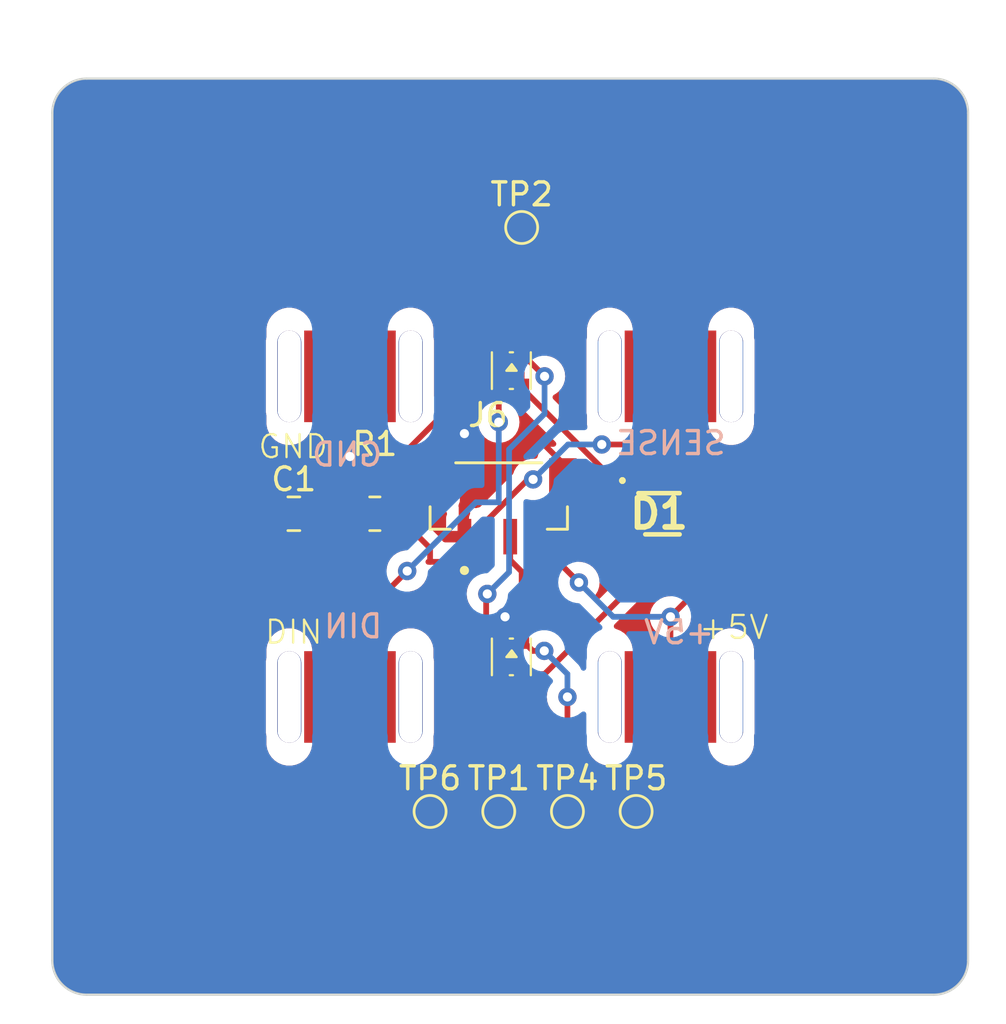
<source format=kicad_pcb>
(kicad_pcb (version 20240108) (generator "pcbnew") (generator_version "8.0")
  (title_block (title "Bottom Block PCB") (date "2024-02-10") (rev "1.0") (company "Block Party"))
  (layers (0 "F.Cu" signal) (31 "B.Cu" signal) (34 "B.Paste" user) (35 "F.Paste" user) (36 "B.SilkS" user "B.Silkscreen") (37 "F.SilkS" user "F.Silkscreen") (38 "B.Mask" user) (39 "F.Mask" user) (44 "Edge.Cuts" user))
  (net 0 "")
  (net 1 "D5V")
  (net 2 "GND")
  (net 3 "+5V")
  (net 4 "DOUT")
  (net 5 "SENSE")
  (net 6 "DIN")
  (net 7 "Net-(LED1-DI)")
  (footprint "TestPoint:TestPoint_Pad_D1.0mm" (layer "F.Cu") (at 159.2 91.06)
    (property "Reference" "TP1" (at 0 -1.448 0) (layer "F.SilkS"))
    (property "Value" "Diode5V")
    (fp_circle (center 0 0) (end 0 0.7) (stroke (width 0.12)) (fill none) (layer "F.SilkS"))
    (pad "1" smd circle (at 0 0) (size 1 1) (layers "F.Cu" "F.Mask") (net 1 "D5V"))
  )
  (footprint "TestPoint:TestPoint_Pad_D1.0mm" (layer "F.Cu") (at 162.2 91.06)
    (property "Reference" "TP4" (at 0 -1.448 0) (layer "F.SilkS"))
    (property "Value" "DO")
    (fp_circle (center 0 0) (end 0 0.7) (stroke (width 0.12)) (fill none) (layer "F.SilkS"))
    (pad "1" smd circle (at 0 0) (size 1 1) (layers "F.Cu" "F.Mask") (net 4 "DOUT"))
  )
  (footprint "TestPoint:TestPoint_Pad_D1.0mm" (layer "F.Cu") (at 165.2 91.06)
    (property "Reference" "TP5" (at 0 -1.448 0) (layer "F.SilkS"))
    (property "Value" "5V")
    (fp_circle (center 0 0) (end 0 0.7) (stroke (width 0.12)) (fill none) (layer "F.SilkS"))
    (pad "1" smd circle (at 0 0) (size 1 1) (layers "F.Cu" "F.Mask") (net 3 "+5V"))
  )
  (footprint "Quinn_lib:XL-1615RGBC-WS2812B" (layer "F.Cu") (at 159.75 84.31 -90)
    (property "Reference" "LED1" (hide yes))
    (property "Value" "~")
    (fp_line (start -0.8 0.85) (end 0.8 0.85) (stroke (width 0.1)) (layer "F.SilkS"))
    (fp_line (start -0.8 -0.07) (end -0.8 0.07) (stroke (width 0.1)) (layer "F.SilkS"))
    (fp_line (start 0.8 -0.07) (end 0.8 0.07) (stroke (width 0.1)) (layer "F.SilkS"))
    (fp_line (start -0.8 -0.85) (end 0.8 -0.85) (stroke (width 0.1)) (layer "F.SilkS"))
    (fp_poly (pts (xy -0.282535 -0.017658) (xy 0.005886 -0.22956) (xy 0.005886 0.217788)) (stroke (width 0.1)) (fill solid) (layer "F.SilkS"))
    (pad "1" smd rect (at -0.75 -0.45 270) (size 0.8 0.65) (layers "F.Cu" "F.Paste" "F.Mask") (net 4 "DOUT"))
    (pad "2" smd rect (at 0.75 -0.45 270) (size 0.8 0.65) (layers "F.Cu" "F.Paste" "F.Mask") (net 1 "D5V"))
    (pad "3" smd rect (at -0.75 0.45 270) (size 0.8 0.65) (layers "F.Cu" "F.Paste" "F.Mask") (net 2 "GND"))
    (pad "4" smd rect (at 0.75 0.45 270) (size 0.8 0.65) (layers "F.Cu" "F.Paste" "F.Mask") (net 7 "Net-(LED1-DI)"))
  )
  (footprint "Quinn_lib:XL-1615RGBC-WS2812B" (layer "F.Cu") (at 159.75 71.81 -90)
    (property "Reference" "LED2" (hide yes))
    (property "Value" "~" (hide yes))
    (fp_line (start -0.8 0.85) (end 0.8 0.85) (stroke (width 0.1)) (layer "F.SilkS"))
    (fp_line (start -0.8 -0.07) (end -0.8 0.07) (stroke (width 0.1)) (layer "F.SilkS"))
    (fp_line (start 0.8 -0.07) (end 0.8 0.07) (stroke (width 0.1)) (layer "F.SilkS"))
    (fp_line (start -0.8 -0.85) (end 0.8 -0.85) (stroke (width 0.1)) (layer "F.SilkS"))
    (fp_poly (pts (xy -0.282535 -0.017658) (xy 0.005886 -0.22956) (xy 0.005886 0.217788)) (stroke (width 0.1)) (fill solid) (layer "F.SilkS"))
    (pad "1" smd rect (at -0.75 -0.45 270) (size 0.8 0.65) (layers "F.Cu" "F.Paste" "F.Mask") (net 7 "Net-(LED1-DI)"))
    (pad "2" smd rect (at 0.75 -0.45 270) (size 0.8 0.65) (layers "F.Cu" "F.Paste" "F.Mask") (net 1 "D5V"))
    (pad "3" smd rect (at -0.75 0.45 270) (size 0.8 0.65) (layers "F.Cu" "F.Paste" "F.Mask") (net 2 "GND"))
    (pad "4" smd rect (at 0.75 0.45 270) (size 0.8 0.65) (layers "F.Cu" "F.Paste" "F.Mask") (net 6 "DIN"))
  )
  (footprint "Quinn_lib:Bottom Block Connector" (layer "F.Cu") (at 159.7 79.06)
    (property "Reference" "J5" (hide yes))
    (property "Value" "~" (hide yes))
    (fp_text user "+5V" (at 8.18178 4.545433 0) (layer "F.SilkS") (effects (font (thickness 0.1)) (justify left bottom)))
    (fp_text user "GND" (at -11.074329 -3.347092 0) (layer "F.SilkS") (effects (font (thickness 0.1)) (justify left bottom)))
    (fp_text user "DIN" (at -10.785074 4.752044 0) (layer "F.SilkS") (effects (font (thickness 0.1)) (justify left bottom)))
    (pad "1" smd rect (at -7 -7) (size 4 4) (layers "F.Cu" "F.Paste" "F.Mask") (net 2 "GND") (clearance 0.001))
    (pad "2" smd rect (at 7 -7) (size 4 4) (layers "F.Cu" "F.Paste" "F.Mask") (net 5 "SENSE") (clearance 0.001))
    (pad "3" smd rect (at -7 7) (size 4 4) (layers "F.Cu" "F.Paste" "F.Mask") (net 6 "DIN") (clearance 0.001))
    (pad "4" smd rect (at 7 7) (size 4 4) (layers "F.Cu" "F.Paste" "F.Mask") (net 3 "+5V") (clearance 0.001))
    (pad "5" thru_hole oval (at -9.65 -7) (size 1.05 4) (drill oval 1 5) (layers "*.Cu" "*.Mask"))
    (pad "5" thru_hole oval (at -9.65 7) (size 1.05 4) (drill oval 1 5) (layers "*.Cu" "*.Mask"))
    (pad "5" thru_hole oval (at -4.35 -7) (size 1.05 4) (drill oval 1 5) (layers "*.Cu" "*.Mask"))
    (pad "5" thru_hole oval (at -4.35 7) (size 1.05 4) (drill oval 1 5) (layers "*.Cu" "*.Mask"))
    (pad "5" thru_hole oval (at 4.35 -7) (size 1.05 4) (drill oval 1 5) (layers "*.Cu" "*.Mask"))
    (pad "5" thru_hole oval (at 4.35 7) (size 1.05 4) (drill oval 1 5) (layers "*.Cu" "*.Mask"))
    (pad "5" thru_hole oval (at 9.65 -7) (size 1.05 4) (drill oval 1 5) (layers "*.Cu" "*.Mask"))
    (pad "5" thru_hole oval (at 9.65 7) (size 1.05 4) (drill oval 1 5) (layers "*.Cu" "*.Mask"))
  )
  (footprint "Capacitor_SMD:C_0805_2012Metric" (layer "F.Cu") (at 150.25 78.06 180)
    (property "Reference" "C1" (at 0.00451 1.50451 180) (layer "F.SilkS"))
    (property "Value" "3.3uF")
    (fp_line (start -0.261252 0.735) (end 0.261252 0.735) (stroke (width 0.12)) (layer "F.SilkS"))
    (fp_line (start -0.261252 -0.735) (end 0.261252 -0.735) (stroke (width 0.12)) (layer "F.SilkS"))
    (pad "1" smd roundrect (at -0.95 0 180) (size 1 1.45) (layers "F.Cu" "F.Paste" "F.Mask") (net 1 "D5V"))
    (pad "2" smd roundrect (at 0.95 0 180) (size 1 1.45) (layers "F.Cu" "F.Paste" "F.Mask") (net 2 "GND"))
  )
  (footprint "adafruit-jst-4328:ADAFRUIT_4328" (layer "F.Cu") (at 159.2 77.285)
    (property "Reference" "J6" (at -0.475 -3.535 0) (layer "F.SilkS"))
    (property "Value" "YTC-A1001LF-04A")
    (fp_line (start -3 1.45) (end -3 0.47) (stroke (width 0.127)) (layer "F.SilkS"))
    (fp_line (start -2.12 1.45) (end -3 1.45) (stroke (width 0.127)) (layer "F.SilkS"))
    (fp_line (start -1.88 -1.45) (end 1.88 -1.45) (stroke (width 0.127)) (layer "F.SilkS"))
    (fp_line (start 3 1.45) (end 2.12 1.45) (stroke (width 0.127)) (layer "F.SilkS"))
    (fp_line (start 3 1.45) (end 3 0.47) (stroke (width 0.127)) (layer "F.SilkS"))
    (fp_circle (center -1.5 3.25) (end -1.4 3.25) (stroke (width 0.2)) (fill none) (layer "F.SilkS"))
    (pad "1" smd rect (at -1.5 1.775) (size 0.6 1.55) (layers "F.Cu" "F.Paste" "F.Mask") (net 2 "GND"))
    (pad "2" smd rect (at -0.5 1.775) (size 0.6 1.55) (layers "F.Cu" "F.Paste" "F.Mask") (net 5 "SENSE"))
    (pad "3" smd rect (at 0.5 1.775) (size 0.6 1.55) (layers "F.Cu" "F.Paste" "F.Mask") (net 4 "DOUT"))
    (pad "4" smd rect (at 1.5 1.775) (size 0.6 1.55) (layers "F.Cu" "F.Paste" "F.Mask") (net 3 "+5V"))
    (pad "SH1" smd rect (at -2.8 -0.75) (size 1.2 1.8) (layers "F.Cu" "F.Paste" "F.Mask") (net 2 "GND"))
    (pad "SH2" smd rect (at 2.8 -0.75) (size 1.2 1.8) (layers "F.Cu" "F.Paste" "F.Mask") (net 2 "GND"))
  )
  (footprint "Resistor_SMD:R_0805_2012Metric" (layer "F.Cu") (at 153.7875 78.06 180)
    (property "Reference" "R1" (at 0 3.048 180) (layer "F.SilkS"))
    (property "Value" "10k")
    (fp_line (start -0.227064 0.735) (end 0.227064 0.735) (stroke (width 0.12)) (layer "F.SilkS"))
    (fp_line (start -0.227064 -0.735) (end 0.227064 -0.735) (stroke (width 0.12)) (layer "F.SilkS"))
    (pad "1" smd roundrect (at -0.9125 0 180) (size 1.025 1.4) (layers "F.Cu" "F.Paste" "F.Mask") (roundrect_rratio 0.243902439) (net 5 "SENSE"))
    (pad "2" smd roundrect (at 0.9125 0 180) (size 1.025 1.4) (layers "F.Cu" "F.Paste" "F.Mask") (roundrect_rratio 0.243902439) (net 2 "GND"))
  )
  (footprint "TestPoint:TestPoint_Pad_D1.0mm" (layer "F.Cu") (at 156.2 91.06)
    (property "Reference" "TP6" (at 0 -1.448 0) (layer "F.SilkS"))
    (property "Value" "DI")
    (fp_circle (center 0 0) (end 0 0.7) (stroke (width 0.12)) (fill none) (layer "F.SilkS"))
    (pad "1" smd circle (at 0 0) (size 1 1) (layers "F.Cu" "F.Mask") (net 6 "DIN"))
  )
  (footprint "KiCad:1N4007W" (layer "F.Cu") (at 166.2 78.06)
    (property "Reference" "D1" (at 0 0 0) (layer "F.SilkS") (effects (font (size 1.27 1.27) (thickness 0.254))))
    (property "Value" "1N4007W" (hide yes))
    (fp_line (start -1.6 -1.5) (end -1.6 -1.5) (stroke (width 0.2)) (layer "F.SilkS"))
    (fp_line (start -1.6 -1.5) (end -1.6 -1.4) (stroke (width 0.2)) (layer "F.SilkS"))
    (fp_line (start -1.6 -1.4) (end -1.6 -1.4) (stroke (width 0.2)) (layer "F.SilkS"))
    (fp_line (start -0.9 -0.9) (end 0.9 -0.9) (stroke (width 0.2)) (layer "F.SilkS"))
    (fp_line (start -0.6 0.9) (end 0.9 0.9) (stroke (width 0.2)) (layer "F.SilkS"))
    (fp_arc (start -1.6 -1.5) (mid -1.55 -1.45) (end -1.6 -1.4) (stroke (width 0.2)) (layer "F.SilkS"))
    (fp_arc (start -1.6 -1.4) (mid -1.65 -1.45) (end -1.6 -1.5) (stroke (width 0.2)) (layer "F.SilkS"))
    (pad "1" smd rect (at -1.6 0 90) (size 1.2 1.2) (layers "F.Cu" "F.Paste" "F.Mask") (net 1 "D5V"))
    (pad "2" smd rect (at 1.6 0 90) (size 1.2 1.2) (layers "F.Cu" "F.Paste" "F.Mask") (net 3 "+5V"))
  )
  (footprint "TestPoint:TestPoint_Pad_D1.0mm" (layer "F.Cu") (at 160.2 65.56)
    (property "Reference" "TP2" (at 0 -1.448 0) (layer "F.SilkS"))
    (property "Value" "DODI")
    (fp_circle (center 0 0) (end 0 0.7) (stroke (width 0.12)) (fill none) (layer "F.SilkS"))
    (pad "1" smd circle (at 0 0) (size 1 1) (layers "F.Cu" "F.Mask") (net 7 "Net-(LED1-DI)"))
  )
  (gr_line (start 179.7 60.56) (end 179.7 97.56) (stroke (width 0.1)) (layer "Edge.Cuts"))
  (gr_arc (start 139.7 60.56) (mid 140.13934 59.49934) (end 141.2 59.06) (stroke (width 0.1)) (layer "Edge.Cuts"))
  (gr_line (start 141.2 59.06) (end 178.2 59.06) (stroke (width 0.1)) (layer "Edge.Cuts"))
  (gr_arc (start 179.7 97.56) (mid 179.26066 98.62066) (end 178.2 99.06) (stroke (width 0.1)) (layer "Edge.Cuts"))
  (gr_line (start 178.2 99.06) (end 141.2 99.06) (stroke (width 0.1)) (layer "Edge.Cuts"))
  (gr_arc (start 178.2 59.06) (mid 179.26066 59.49934) (end 179.7 60.56) (stroke (width 0.1)) (layer "Edge.Cuts"))
  (gr_arc (start 141.2 99.06) (mid 140.13934 98.62066) (end 139.7 97.56) (stroke (width 0.1)) (layer "Edge.Cuts"))
  (gr_line (start 139.7 97.56) (end 139.7 60.56) (stroke (width 0.1)) (layer "Edge.Cuts"))
  (gr_text "GND" (at 154.2 76.06 0) (layer "B.SilkS") (effects (font (size 1 1)) (justify left bottom mirror)))
  (gr_text "+5V" (at 168.7 83.82 0) (layer "B.SilkS") (effects (font (size 1 1)) (justify left bottom mirror)))
  (gr_text "SENSE" (at 169.2 75.56 0) (layer "B.SilkS") (effects (font (size 1 1)) (justify left bottom mirror)))
  (gr_text "DIN" (at 154.2 83.56 0) (layer "B.SilkS") (effects (font (size 1 1)) (justify left bottom mirror)))
  (segment (start 159.2 86.56) (end 159.2 91.06) (width 0.25) (layer "F.Cu") (net 1))
  (segment (start 151.2 78.06) (end 152.875 76.385) (width 0.25) (layer "F.Cu") (net 1))
  (segment (start 158.65 71.835) (end 160.125 71.835) (width 0.25) (layer "F.Cu") (net 1))
  (segment (start 160.2 85.56) (end 159.2 86.56) (width 0.25) (layer "F.Cu") (net 1))
  (segment (start 161.2 85.06) (end 165.011409 81.248591) (width 0.25) (layer "F.Cu") (net 1))
  (segment (start 164.475 76.835) (end 160.2 72.56) (width 0.25) (layer "F.Cu") (net 1))
  (segment (start 165.011409 78.811297) (end 164.475 78.274888) (width 0.25) (layer "F.Cu") (net 1))
  (segment (start 160.2 85.06) (end 160.2 85.56) (width 0.25) (layer "F.Cu") (net 1))
  (segment (start 152.875 76.385) (end 154.1 76.385) (width 0.25) (layer "F.Cu") (net 1))
  (segment (start 154.1 76.385) (end 158.65 71.835) (width 0.25) (layer "F.Cu") (net 1))
  (segment (start 160.2 71.91) (end 160.2 72.56) (width 0.25) (layer "F.Cu") (net 1))
  (segment (start 160.2 85.06) (end 161.2 85.06) (width 0.25) (layer "F.Cu") (net 1))
  (segment (start 165.011409 78.811297) (end 165.011409 78.753101) (width 0.25) (layer "F.Cu") (net 1))
  (segment (start 164.475 78.274888) (end 164.475 76.835) (width 0.25) (layer "F.Cu") (net 1))
  (segment (start 165.011409 81.248591) (end 165.011409 78.811297) (width 0.25) (layer "F.Cu") (net 1))
  (segment (start 160.125 71.835) (end 160.2 71.91) (width 0.25) (layer "F.Cu") (net 1))
  (segment (start 162 76.535) (end 162 75.86) (width 0.25) (layer "F.Cu") (net 2))
  (segment (start 162 75.86) (end 161.2 75.06) (width 0.25) (layer "F.Cu") (net 2))
  (segment (start 159.3 82.735) (end 159.475 82.56) (width 0.25) (layer "F.Cu") (net 2))
  (segment (start 159.3 83.56) (end 159.3 82.735) (width 0.25) (layer "F.Cu") (net 2))
  (segment (start 152.7 75.56) (end 152.7 72.81) (width 1) (layer "F.Cu") (net 2))
  (via (at 159.475 82.56) (size 0.8) (drill 0.4) (layers "F.Cu" "B.Cu") (net 2))
  (via (at 152.7 75.56) (size 1) (drill 0.4) (layers "F.Cu" "B.Cu") (net 2))
  (via (at 157.7 74.56) (size 0.8) (drill 0.4) (layers "F.Cu" "B.Cu") (net 2))
  (segment (start 166.7 82.56) (end 166.7 86.06) (width 0.25) (layer "F.Cu") (net 3))
  (segment (start 165.2 91.06) (end 165.2 87.56) (width 0.25) (layer "F.Cu") (net 3))
  (segment (start 167.8 78.06) (end 167.8 81.46) (width 0.25) (layer "F.Cu") (net 3))
  (segment (start 167.8 81.46) (end 166.7 82.56) (width 0.25) (layer "F.Cu") (net 3))
  (segment (start 165.2 87.56) (end 166.7 86.06) (width 0.25) (layer "F.Cu") (net 3))
  (segment (start 168.211409 84.548591) (end 166.7 86.06) (width 0.25) (layer "F.Cu") (net 3))
  (segment (start 160.7 79.06) (end 162.7 81.06) (width 0.25) (layer "F.Cu") (net 3))
  (via (at 162.7 81.06) (size 0.8) (drill 0.4) (layers "F.Cu" "B.Cu") (net 3))
  (via (at 166.7 82.56) (size 0.8) (drill 0.4) (layers "F.Cu" "B.Cu") (net 3))
  (segment (start 164.2 82.56) (end 166.7 82.56) (width 0.25) (layer "B.Cu") (net 3))
  (segment (start 162.7 81.06) (end 164.2 82.56) (width 0.25) (layer "B.Cu") (net 3))
  (segment (start 159.7 80.085) (end 160.2 80.585) (width 0.25) (layer "F.Cu") (net 4))
  (segment (start 161.187347 84.047347) (end 160.687347 84.047347) (width 0.25) (layer "F.Cu") (net 4))
  (segment (start 160.2 80.585) (end 160.2 83.56) (width 0.25) (layer "F.Cu") (net 4))
  (segment (start 162.2 86.06) (end 162.2 91.06) (width 0.25) (layer "F.Cu") (net 4))
  (segment (start 159.7 79.06) (end 159.7 80.085) (width 0.25) (layer "F.Cu") (net 4))
  (segment (start 160.687347 84.047347) (end 160.2 83.56) (width 0.25) (layer "F.Cu") (net 4))
  (via (at 161.187347 84.047347) (size 0.8) (drill 0.4) (layers "F.Cu" "B.Cu") (net 4))
  (via (at 162.2 86.06) (size 0.8) (drill 0.4) (layers "F.Cu" "B.Cu") (net 4))
  (segment (start 162.2 86.06) (end 162.2 85.06) (width 0.25) (layer "B.Cu") (net 4))
  (segment (start 162.2 85.06) (end 161.187347 84.047347) (width 0.25) (layer "B.Cu") (net 4))
  (segment (start 163.7 75.034694) (end 163.700304 75.034998) (width 0.25) (layer "F.Cu") (net 5))
  (segment (start 158.7 78.335) (end 158.7 79.06) (width 0.25) (layer "F.Cu") (net 5))
  (segment (start 156.2 80.16) (end 156.125 80.16) (width 0.25) (layer "F.Cu") (net 5))
  (segment (start 163.700304 75.034998) (end 165.975002 75.034998) (width 0.25) (layer "F.Cu") (net 5))
  (segment (start 156.2 79.56) (end 154.7 78.06) (width 0.25) (layer "F.Cu") (net 5))
  (segment (start 156.2 80.16) (end 156.2 79.56) (width 0.25) (layer "F.Cu") (net 5))
  (segment (start 160.7 76.56) (end 160.475 76.56) (width 0.25) (layer "F.Cu") (net 5))
  (segment (start 158.7 79.06) (end 158.7 80.085) (width 0.25) (layer "F.Cu") (net 5))
  (segment (start 165.975002 75.034998) (end 166.7 74.31) (width 0.25) (layer "F.Cu") (net 5))
  (segment (start 158.7 80.085) (end 158.625 80.16) (width 0.25) (layer "F.Cu") (net 5))
  (segment (start 166.7 74.31) (end 166.7 72.06) (width 0.25) (layer "F.Cu") (net 5))
  (segment (start 158.625 80.16) (end 156.2 80.16) (width 0.25) (layer "F.Cu") (net 5))
  (segment (start 160.475 76.56) (end 158.7 78.335) (width 0.25) (layer "F.Cu") (net 5))
  (via (at 160.7 76.56) (size 0.8) (drill 0.4) (layers "F.Cu" "B.Cu") (net 5))
  (via (at 163.7 75.034694) (size 0.8) (drill 0.4) (layers "F.Cu" "B.Cu") (net 5))
  (segment (start 162.225306 75.034694) (end 163.7 75.034694) (width 0.25) (layer "B.Cu") (net 5))
  (segment (start 160.7 76.56) (end 162.225306 75.034694) (width 0.25) (layer "B.Cu") (net 5))
  (segment (start 152.7 86.06) (end 152.7 83.06) (width 0.25) (layer "F.Cu") (net 6))
  (segment (start 159.2 74.06) (end 159.2 72.66) (width 0.25) (layer "F.Cu") (net 6))
  (segment (start 156.2 91.06) (end 152.7 87.56) (width 0.25) (layer "F.Cu") (net 6))
  (segment (start 152.7 83.06) (end 155.2 80.56) (width 0.25) (layer "F.Cu") (net 6))
  (segment (start 159.2 72.66) (end 159.3 72.56) (width 0.25) (layer "F.Cu") (net 6))
  (segment (start 152.7 87.56) (end 152.7 86.06) (width 0.25) (layer "F.Cu") (net 6))
  (via (at 159.2 74.06) (size 0.8) (drill 0.4) (layers "F.Cu" "B.Cu") (net 6))
  (via (at 155.2 80.56) (size 0.8) (drill 0.4) (layers "F.Cu" "B.Cu") (net 6))
  (segment (start 159.2 77.56) (end 159.2 74.06) (width 0.25) (layer "B.Cu") (net 6))
  (segment (start 158.2 77.56) (end 159.2 77.56) (width 0.25) (layer "B.Cu") (net 6))
  (segment (start 155.2 80.56) (end 158.2 77.56) (width 0.25) (layer "B.Cu") (net 6))
  (segment (start 160.2 65.56) (end 160.2 71.06) (width 0.25) (layer "F.Cu") (net 7))
  (segment (start 158.65 81.61) (end 158.7 81.56) (width 0.25) (layer "F.Cu") (net 7))
  (segment (start 159.3 85.06) (end 158.65 84.41) (width 0.25) (layer "F.Cu") (net 7))
  (segment (start 158.65 84.41) (end 158.65 81.61) (width 0.25) (layer "F.Cu") (net 7))
  (segment (start 161.2 72.06) (end 160.2 71.06) (width 0.25) (layer "F.Cu") (net 7))
  (via (at 161.2 72.06) (size 0.8) (drill 0.4) (layers "F.Cu" "B.Cu") (net 7))
  (via (at 158.7 81.56) (size 0.8) (drill 0.4) (layers "F.Cu" "B.Cu") (net 7))
  (segment (start 159.65 75.246396) (end 161.2 73.696396) (width 0.25) (layer "B.Cu") (net 7))
  (segment (start 159.65 80.61) (end 159.65 75.246396) (width 0.25) (layer "B.Cu") (net 7))
  (segment (start 158.7 81.56) (end 159.65 80.61) (width 0.25) (layer "B.Cu") (net 7))
  (segment (start 161.2 73.696396) (end 161.2 72.06) (width 0.25) (layer "B.Cu") (net 7))
  (zone (net 2) (net_name "GND") (layers "F&B.Cu") (connect_pads (clearance 0.5)) (min_thickness 0.25) (fill yes (thermal_gap 0.5) (thermal_bridge_width 0.5))
    (polygon (pts (xy 137.414 55.626) (xy 181.356 55.626) (xy 181.356 100.33) (xy 137.414 100.33)))
  )
)
</source>
